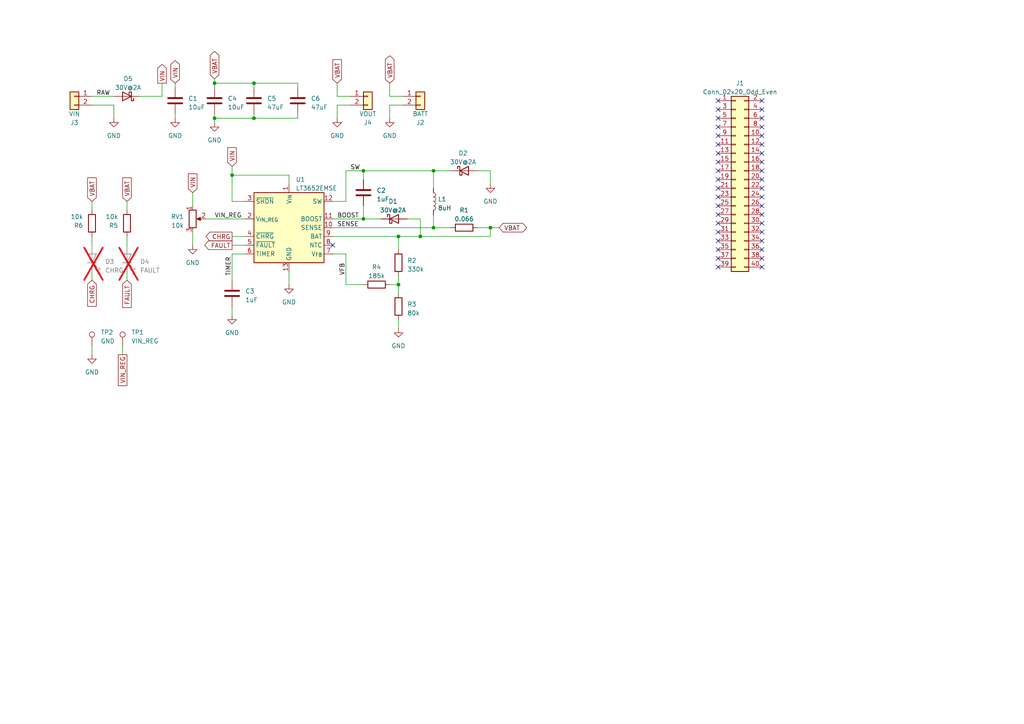
<source format=kicad_sch>
(kicad_sch (version 20230121) (generator eeschema)
  (paper "A4")
  (lib_symbols
    (symbol "Battery_Management:LT3652EMSE"
      (property "Reference" "U" (at -8.382 11.43 0))
      (property "Value" "LT3652EMSE" (at 1.778 11.684 0))
      (symbol "LT3652EMSE_0_1"
        (rectangle (start -10.16 10.16) (end 10.16 -10.16) (stroke (width 0.254)) (fill (type background)))
      )
      (symbol "LT3652EMSE_1_1"
        (pin power_in line (at 0 12.7 270) (length 2.54) (name "V_{IN}") (number "1"))
        (pin input line (at 12.7 0 180) (length 2.54) (name "SENSE") (number "10"))
        (pin input line (at 12.7 2.54 180) (length 2.54) (name "BOOST") (number "11"))
        (pin output line (at 12.7 7.62 180) (length 2.54) (name "SW") (number "12"))
        (pin power_in line (at 0 -12.7 90) (length 2.54) (name "GND") (number "13"))
        (pin input line (at -12.7 2.54 0) (length 2.54) (name "V_{IN_REG}") (number "2"))
        (pin input line (at -12.7 7.62 0) (length 2.54) (name "~{SHDN}") (number "3"))
        (pin open_collector line (at -12.7 -2.54 0) (length 2.54) (name "~{CHRG}") (number "4"))
        (pin open_collector line (at -12.7 -5.08 0) (length 2.54) (name "~{FAULT}") (number "5"))
        (pin output line (at -12.7 -7.62 0) (length 2.54) (name "TIMER") (number "6"))
        (pin input line (at 12.7 -7.62 180) (length 2.54) (name "V_{FB}") (number "7"))
        (pin input line (at 12.7 -5.08 180) (length 2.54) (name "NTC") (number "8"))
        (pin output line (at 12.7 -2.54 180) (length 2.54) (name "BAT") (number "9"))
      )
    )
    (symbol "Connector:TestPoint" (pin_numbers hide) (pin_names (offset 0.762) hide)
      (property "Reference" "TP" (at 0 6.858 0))
      (property "Value" "TestPoint" (at 0 5.08 0))
      (symbol "TestPoint_0_1"
        (circle (center 0 3.302) (radius 0.762))
      )
      (symbol "TestPoint_1_1"
        (pin passive line (at 0 0 90) (length 2.54) (name "1") (number "1"))
      )
    )
    (symbol "Connector_Generic:Conn_01x02" (pin_names (offset 1.016) hide)
      (property "Reference" "J" (at 0 2.54 0))
      (property "Value" "Conn_01x02" (at 0 -5.08 0))
      (symbol "Conn_01x02_1_1"
        (rectangle (start -1.27 -2.413) (end 0 -2.667) (stroke (width 0.1524)))
        (rectangle (start -1.27 0.127) (end 0 -0.127) (stroke (width 0.1524)))
        (rectangle (start -1.27 1.27) (end 1.27 -3.81) (stroke (width 0.254)) (fill (type background)))
        (pin passive line (at -5.08 0 0) (length 3.81) (name "Pin_1") (number "1"))
        (pin passive line (at -5.08 -2.54 0) (length 3.81) (name "Pin_2") (number "2"))
      )
    )
    (symbol "Connector_Generic:Conn_02x20_Odd_Even" (pin_names (offset 1.016) hide)
      (property "Reference" "J" (at 1.27 25.4 0))
      (property "Value" "Conn_02x20_Odd_Even" (at 1.27 -27.94 0))
      (symbol "Conn_02x20_Odd_Even_1_1"
        (rectangle (start -1.27 -25.273) (end 0 -25.527) (stroke (width 0.1524)))
        (rectangle (start -1.27 -22.733) (end 0 -22.987) (stroke (width 0.1524)))
        (rectangle (start -1.27 -20.193) (end 0 -20.447) (stroke (width 0.1524)))
        (rectangle (start -1.27 -17.653) (end 0 -17.907) (stroke (width 0.1524)))
        (rectangle (start -1.27 -15.113) (end 0 -15.367) (stroke (width 0.1524)))
        (rectangle (start -1.27 -12.573) (end 0 -12.827) (stroke (width 0.1524)))
        (rectangle (start -1.27 -10.033) (end 0 -10.287) (stroke (width 0.1524)))
        (rectangle (start -1.27 -7.493) (end 0 -7.747) (stroke (width 0.1524)))
        (rectangle (start -1.27 -4.953) (end 0 -5.207) (stroke (width 0.1524)))
        (rectangle (start -1.27 -2.413) (end 0 -2.667) (stroke (width 0.1524)))
        (rectangle (start -1.27 0.127) (end 0 -0.127) (stroke (width 0.1524)))
        (rectangle (start -1.27 2.667) (end 0 2.413) (stroke (width 0.1524)))
        (rectangle (start -1.27 5.207) (end 0 4.953) (stroke (width 0.1524)))
        (rectangle (start -1.27 7.747) (end 0 7.493) (stroke (width 0.1524)))
        (rectangle (start -1.27 10.287) (end 0 10.033) (stroke (width 0.1524)))
        (rectangle (start -1.27 12.827) (end 0 12.573) (stroke (width 0.1524)))
        (rectangle (start -1.27 15.367) (end 0 15.113) (stroke (width 0.1524)))
        (rectangle (start -1.27 17.907) (end 0 17.653) (stroke (width 0.1524)))
        (rectangle (start -1.27 20.447) (end 0 20.193) (stroke (width 0.1524)))
        (rectangle (start -1.27 22.987) (end 0 22.733) (stroke (width 0.1524)))
        (rectangle (start -1.27 24.13) (end 3.81 -26.67) (stroke (width 0.254)) (fill (type background)))
        (rectangle (start 3.81 -25.273) (end 2.54 -25.527) (stroke (width 0.1524)))
        (rectangle (start 3.81 -22.733) (end 2.54 -22.987) (stroke (width 0.1524)))
        (rectangle (start 3.81 -20.193) (end 2.54 -20.447) (stroke (width 0.1524)))
        (rectangle (start 3.81 -17.653) (end 2.54 -17.907) (stroke (width 0.1524)))
        (rectangle (start 3.81 -15.113) (end 2.54 -15.367) (stroke (width 0.1524)))
        (rectangle (start 3.81 -12.573) (end 2.54 -12.827) (stroke (width 0.1524)))
        (rectangle (start 3.81 -10.033) (end 2.54 -10.287) (stroke (width 0.1524)))
        (rectangle (start 3.81 -7.493) (end 2.54 -7.747) (stroke (width 0.1524)))
        (rectangle (start 3.81 -4.953) (end 2.54 -5.207) (stroke (width 0.1524)))
        (rectangle (start 3.81 -2.413) (end 2.54 -2.667) (stroke (width 0.1524)))
        (rectangle (start 3.81 0.127) (end 2.54 -0.127) (stroke (width 0.1524)))
        (rectangle (start 3.81 2.667) (end 2.54 2.413) (stroke (width 0.1524)))
        (rectangle (start 3.81 5.207) (end 2.54 4.953) (stroke (width 0.1524)))
        (rectangle (start 3.81 7.747) (end 2.54 7.493) (stroke (width 0.1524)))
        (rectangle (start 3.81 10.287) (end 2.54 10.033) (stroke (width 0.1524)))
        (rectangle (start 3.81 12.827) (end 2.54 12.573) (stroke (width 0.1524)))
        (rectangle (start 3.81 15.367) (end 2.54 15.113) (stroke (width 0.1524)))
        (rectangle (start 3.81 17.907) (end 2.54 17.653) (stroke (width 0.1524)))
        (rectangle (start 3.81 20.447) (end 2.54 20.193) (stroke (width 0.1524)))
        (rectangle (start 3.81 22.987) (end 2.54 22.733) (stroke (width 0.1524)))
        (pin passive line (at -5.08 22.86 0) (length 3.81) (name "Pin_1") (number "1"))
        (pin passive line (at 7.62 12.7 180) (length 3.81) (name "Pin_10") (number "10"))
        (pin passive line (at -5.08 10.16 0) (length 3.81) (name "Pin_11") (number "11"))
        (pin passive line (at 7.62 10.16 180) (length 3.81) (name "Pin_12") (number "12"))
        (pin passive line (at -5.08 7.62 0) (length 3.81) (name "Pin_13") (number "13"))
        (pin passive line (at 7.62 7.62 180) (length 3.81) (name "Pin_14") (number "14"))
        (pin passive line (at -5.08 5.08 0) (length 3.81) (name "Pin_15") (number "15"))
        (pin passive line (at 7.62 5.08 180) (length 3.81) (name "Pin_16") (number "16"))
        (pin passive line (at -5.08 2.54 0) (length 3.81) (name "Pin_17") (number "17"))
        (pin passive line (at 7.62 2.54 180) (length 3.81) (name "Pin_18") (number "18"))
        (pin passive line (at -5.08 0 0) (length 3.81) (name "Pin_19") (number "19"))
        (pin passive line (at 7.62 22.86 180) (length 3.81) (name "Pin_2") (number "2"))
        (pin passive line (at 7.62 0 180) (length 3.81) (name "Pin_20") (number "20"))
        (pin passive line (at -5.08 -2.54 0) (length 3.81) (name "Pin_21") (number "21"))
        (pin passive line (at 7.62 -2.54 180) (length 3.81) (name "Pin_22") (number "22"))
        (pin passive line (at -5.08 -5.08 0) (length 3.81) (name "Pin_23") (number "23"))
        (pin passive line (at 7.62 -5.08 180) (length 3.81) (name "Pin_24") (number "24"))
        (pin passive line (at -5.08 -7.62 0) (length 3.81) (name "Pin_25") (number "25"))
        (pin passive line (at 7.62 -7.62 180) (length 3.81) (name "Pin_26") (number "26"))
        (pin passive line (at -5.08 -10.16 0) (length 3.81) (name "Pin_27") (number "27"))
        (pin passive line (at 7.62 -10.16 180) (length 3.81) (name "Pin_28") (number "28"))
        (pin passive line (at -5.08 -12.7 0) (length 3.81) (name "Pin_29") (number "29"))
        (pin passive line (at -5.08 20.32 0) (length 3.81) (name "Pin_3") (number "3"))
        (pin passive line (at 7.62 -12.7 180) (length 3.81) (name "Pin_30") (number "30"))
        (pin passive line (at -5.08 -15.24 0) (length 3.81) (name "Pin_31") (number "31"))
        (pin passive line (at 7.62 -15.24 180) (length 3.81) (name "Pin_32") (number "32"))
        (pin passive line (at -5.08 -17.78 0) (length 3.81) (name "Pin_33") (number "33"))
        (pin passive line (at 7.62 -17.78 180) (length 3.81) (name "Pin_34") (number "34"))
        (pin passive line (at -5.08 -20.32 0) (length 3.81) (name "Pin_35") (number "35"))
        (pin passive line (at 7.62 -20.32 180) (length 3.81) (name "Pin_36") (number "36"))
        (pin passive line (at -5.08 -22.86 0) (length 3.81) (name "Pin_37") (number "37"))
        (pin passive line (at 7.62 -22.86 180) (length 3.81) (name "Pin_38") (number "38"))
        (pin passive line (at -5.08 -25.4 0) (length 3.81) (name "Pin_39") (number "39"))
        (pin passive line (at 7.62 20.32 180) (length 3.81) (name "Pin_4") (number "4"))
        (pin passive line (at 7.62 -25.4 180) (length 3.81) (name "Pin_40") (number "40"))
        (pin passive line (at -5.08 17.78 0) (length 3.81) (name "Pin_5") (number "5"))
        (pin passive line (at 7.62 17.78 180) (length 3.81) (name "Pin_6") (number "6"))
        (pin passive line (at -5.08 15.24 0) (length 3.81) (name "Pin_7") (number "7"))
        (pin passive line (at 7.62 15.24 180) (length 3.81) (name "Pin_8") (number "8"))
        (pin passive line (at -5.08 12.7 0) (length 3.81) (name "Pin_9") (number "9"))
      )
    )
    (symbol "Device:C" (pin_numbers hide) (pin_names (offset 0.254))
      (property "Reference" "C" (at 0.635 2.54 0))
      (property "Value" "C" (at 0.635 -2.54 0))
      (symbol "C_0_1"
        (polyline (pts (xy -2.032 -0.762) (xy 2.032 -0.762)) (stroke (width 0.508)))
        (polyline (pts (xy -2.032 0.762) (xy 2.032 0.762)) (stroke (width 0.508)))
      )
      (symbol "C_1_1"
        (pin passive line (at 0 3.81 270) (length 2.794) (name "~") (number "1"))
        (pin passive line (at 0 -3.81 90) (length 2.794) (name "~") (number "2"))
      )
    )
    (symbol "Device:D_Schottky" (pin_numbers hide) (pin_names (offset 1.016) hide)
      (property "Reference" "D" (at 0 2.54 0))
      (property "Value" "D_Schottky" (at 0 -2.54 0))
      (symbol "D_Schottky_0_1"
        (polyline (pts (xy 1.27 0) (xy -1.27 0)))
        (polyline (pts (xy 1.27 1.27) (xy 1.27 -1.27) (xy -1.27 0) (xy 1.27 1.27)) (stroke (width 0.254)))
        (polyline (pts (xy -1.905 0.635) (xy -1.905 1.27) (xy -1.27 1.27) (xy -1.27 -1.27) (xy -0.635 -1.27) (xy -0.635 -0.635)) (stroke (width 0.254)))
      )
      (symbol "D_Schottky_1_1"
        (pin passive line (at -3.81 0 0) (length 2.54) (name "K") (number "1"))
        (pin passive line (at 3.81 0 180) (length 2.54) (name "A") (number "2"))
      )
    )
    (symbol "Device:L" (pin_numbers hide) (pin_names (offset 1.016) hide)
      (property "Reference" "L" (at -1.27 0 90))
      (property "Value" "L" (at 1.905 0 90))
      (symbol "L_0_1"
        (arc (start 0 -2.54) (mid 0.6323 -1.905) (end 0 -1.27))
        (arc (start 0 -1.27) (mid 0.6323 -0.635) (end 0 0))
        (arc (start 0 0) (mid 0.6323 0.635) (end 0 1.27))
        (arc (start 0 1.27) (mid 0.6323 1.905) (end 0 2.54))
      )
      (symbol "L_1_1"
        (pin passive line (at 0 3.81 270) (length 1.27) (name "1") (number "1"))
        (pin passive line (at 0 -3.81 90) (length 1.27) (name "2") (number "2"))
      )
    )
    (symbol "Device:LED" (pin_numbers hide) (pin_names (offset 1.016) hide)
      (property "Reference" "D" (at 0 2.54 0))
      (property "Value" "LED" (at 0 -2.54 0))
      (symbol "LED_0_1"
        (polyline (pts (xy -1.27 -1.27) (xy -1.27 1.27)) (stroke (width 0.254)))
        (polyline (pts (xy -1.27 0) (xy 1.27 0)))
        (polyline (pts (xy 1.27 -1.27) (xy 1.27 1.27) (xy -1.27 0) (xy 1.27 -1.27)) (stroke (width 0.254)))
        (polyline (pts (xy -3.048 -0.762) (xy -4.572 -2.286) (xy -3.81 -2.286) (xy -4.572 -2.286) (xy -4.572 -1.524)))
        (polyline (pts (xy -1.778 -0.762) (xy -3.302 -2.286) (xy -2.54 -2.286) (xy -3.302 -2.286) (xy -3.302 -1.524)))
      )
      (symbol "LED_1_1"
        (pin passive line (at -3.81 0 0) (length 2.54) (name "K") (number "1"))
        (pin passive line (at 3.81 0 180) (length 2.54) (name "A") (number "2"))
      )
    )
    (symbol "Device:R" (pin_numbers hide) (pin_names (offset 0))
      (property "Reference" "R" (at 2.032 0 90))
      (property "Value" "R" (at 0 0 90))
      (symbol "R_0_1"
        (rectangle (start -1.016 -2.54) (end 1.016 2.54) (stroke (width 0.254)))
      )
      (symbol "R_1_1"
        (pin passive line (at 0 3.81 270) (length 1.27) (name "~") (number "1"))
        (pin passive line (at 0 -3.81 90) (length 1.27) (name "~") (number "2"))
      )
    )
    (symbol "Device:R_Potentiometer" (pin_names (offset 1.016) hide)
      (property "Reference" "RV" (at -4.445 0 90))
      (property "Value" "R_Potentiometer" (at -2.54 0 90))
      (symbol "R_Potentiometer_0_1"
        (polyline (pts (xy 2.54 0) (xy 1.524 0)))
        (polyline (pts (xy 1.143 0) (xy 2.286 0.508) (xy 2.286 -0.508) (xy 1.143 0)) (fill (type outline)))
        (rectangle (start 1.016 2.54) (end -1.016 -2.54) (stroke (width 0.254)))
      )
      (symbol "R_Potentiometer_1_1"
        (pin passive line (at 0 3.81 270) (length 1.27) (name "1") (number "1"))
        (pin passive line (at 3.81 0 180) (length 1.27) (name "2") (number "2"))
        (pin passive line (at 0 -3.81 90) (length 1.27) (name "3") (number "3"))
      )
    )
    (symbol "power:GND" (power) (pin_names (offset 0))
      (property "Value" "GND" (at 0 -3.81 0))
      (symbol "GND_0_1"
        (polyline (pts (xy 0 0) (xy 0 -1.27) (xy 1.27 -1.27) (xy 0 -2.54) (xy -1.27 -1.27) (xy 0 -1.27)))
      )
      (symbol "GND_1_1"
        (pin power_in line (at 0 0 270) (length 0) hide (name "GND") (number "1"))
      )
    )
  )
  (junction (at 121.92 68.58))
  (junction (at 115.57 68.58))
  (junction (at 105.41 49.53))
  (junction (at 67.31 50.8))
  (junction (at 125.73 66.04))
  (junction (at 73.66 24.13))
  (junction (at 115.57 82.55))
  (junction (at 62.23 24.13))
  (junction (at 125.73 49.53))
  (junction (at 62.23 34.29))
  (junction (at 73.66 34.29))
  (junction (at 105.41 63.5))
  (junction (at 142.24 66.04))
  (no_connect (at 208.28 41.91))
  (no_connect (at 220.98 34.29))
  (no_connect (at 208.28 64.77))
  (no_connect (at 220.98 64.77))
  (no_connect (at 208.28 54.61))
  (no_connect (at 208.28 39.37))
  (no_connect (at 220.98 49.53))
  (no_connect (at 208.28 36.83))
  (no_connect (at 220.98 36.83))
  (no_connect (at 220.98 41.91))
  (no_connect (at 220.98 52.07))
  (no_connect (at 220.98 69.85))
  (no_connect (at 208.28 57.15))
  (no_connect (at 208.28 69.85))
  (no_connect (at 208.28 77.47))
  (no_connect (at 220.98 31.75))
  (no_connect (at 96.52 71.12))
  (no_connect (at 208.28 34.29))
  (no_connect (at 220.98 67.31))
  (no_connect (at 220.98 54.61))
  (no_connect (at 220.98 62.23))
  (no_connect (at 208.28 49.53))
  (no_connect (at 208.28 72.39))
  (no_connect (at 208.28 59.69))
  (no_connect (at 208.28 46.99))
  (no_connect (at 220.98 57.15))
  (no_connect (at 220.98 74.93))
  (no_connect (at 220.98 44.45))
  (no_connect (at 220.98 46.99))
  (no_connect (at 208.28 67.31))
  (no_connect (at 208.28 44.45))
  (no_connect (at 208.28 74.93))
  (no_connect (at 220.98 72.39))
  (no_connect (at 208.28 29.21))
  (no_connect (at 220.98 59.69))
  (no_connect (at 220.98 29.21))
  (no_connect (at 208.28 62.23))
  (no_connect (at 220.98 39.37))
  (no_connect (at 208.28 52.07))
  (no_connect (at 220.98 77.47))
  (no_connect (at 208.28 31.75))
  (wire (pts (xy 67.31 68.58) (xy 71.12 68.58)))
  (wire (pts (xy 73.66 25.4) (xy 73.66 24.13)))
  (wire (pts (xy 55.88 67.31) (xy 55.88 71.12)))
  (wire (pts (xy 125.73 62.23) (xy 125.73 66.04)))
  (wire (pts (xy 62.23 22.86) (xy 62.23 24.13)))
  (wire (pts (xy 26.67 58.42) (xy 26.67 60.96)))
  (wire (pts (xy 46.99 24.13) (xy 46.99 27.94)))
  (wire (pts (xy 62.23 34.29) (xy 73.66 34.29)))
  (wire (pts (xy 142.24 66.04) (xy 142.24 68.58)))
  (wire (pts (xy 71.12 73.66) (xy 67.31 73.66)))
  (wire (pts (xy 105.41 49.53) (xy 125.73 49.53)))
  (wire (pts (xy 62.23 33.02) (xy 62.23 34.29)))
  (wire (pts (xy 100.33 82.55) (xy 105.41 82.55)))
  (wire (pts (xy 96.52 58.42) (xy 100.33 58.42)))
  (wire (pts (xy 105.41 63.5) (xy 110.49 63.5)))
  (wire (pts (xy 67.31 73.66) (xy 67.31 81.28)))
  (wire (pts (xy 26.67 30.48) (xy 33.02 30.48)))
  (wire (pts (xy 115.57 82.55) (xy 115.57 85.09)))
  (wire (pts (xy 97.79 30.48) (xy 101.6 30.48)))
  (wire (pts (xy 36.83 58.42) (xy 36.83 60.96)))
  (wire (pts (xy 67.31 88.9) (xy 67.31 91.44)))
  (wire (pts (xy 71.12 58.42) (xy 67.31 58.42)))
  (wire (pts (xy 115.57 68.58) (xy 115.57 72.39)))
  (wire (pts (xy 96.52 68.58) (xy 115.57 68.58)))
  (wire (pts (xy 67.31 58.42) (xy 67.31 50.8)))
  (wire (pts (xy 118.11 63.5) (xy 121.92 63.5)))
  (wire (pts (xy 116.84 27.94) (xy 113.03 27.94)))
  (wire (pts (xy 125.73 66.04) (xy 130.81 66.04)))
  (wire (pts (xy 138.43 66.04) (xy 142.24 66.04)))
  (wire (pts (xy 26.67 71.12) (xy 26.67 68.58)))
  (wire (pts (xy 86.36 33.02) (xy 86.36 34.29)))
  (wire (pts (xy 113.03 27.94) (xy 113.03 24.13)))
  (wire (pts (xy 67.31 48.26) (xy 67.31 50.8)))
  (wire (pts (xy 125.73 49.53) (xy 130.81 49.53)))
  (wire (pts (xy 101.6 27.94) (xy 97.79 27.94)))
  (wire (pts (xy 125.73 54.61) (xy 125.73 49.53)))
  (wire (pts (xy 96.52 66.04) (xy 125.73 66.04)))
  (wire (pts (xy 62.23 34.29) (xy 62.23 35.56)))
  (wire (pts (xy 73.66 33.02) (xy 73.66 34.29)))
  (wire (pts (xy 121.92 68.58) (xy 142.24 68.58)))
  (wire (pts (xy 144.78 66.04) (xy 142.24 66.04)))
  (wire (pts (xy 86.36 34.29) (xy 73.66 34.29)))
  (wire (pts (xy 121.92 63.5) (xy 121.92 68.58)))
  (wire (pts (xy 35.56 100.33) (xy 35.56 102.87)))
  (wire (pts (xy 83.82 50.8) (xy 83.82 53.34)))
  (wire (pts (xy 96.52 73.66) (xy 100.33 73.66)))
  (wire (pts (xy 50.8 33.02) (xy 50.8 34.29)))
  (wire (pts (xy 36.83 71.12) (xy 36.83 68.58)))
  (wire (pts (xy 100.33 82.55) (xy 100.33 73.66)))
  (wire (pts (xy 115.57 80.01) (xy 115.57 82.55)))
  (wire (pts (xy 59.69 63.5) (xy 71.12 63.5)))
  (wire (pts (xy 142.24 49.53) (xy 142.24 53.34)))
  (wire (pts (xy 113.03 30.48) (xy 116.84 30.48)))
  (wire (pts (xy 67.31 50.8) (xy 83.82 50.8)))
  (wire (pts (xy 100.33 58.42) (xy 100.33 49.53)))
  (wire (pts (xy 83.82 78.74) (xy 83.82 82.55)))
  (wire (pts (xy 115.57 92.71) (xy 115.57 95.25)))
  (wire (pts (xy 62.23 24.13) (xy 62.23 25.4)))
  (wire (pts (xy 115.57 68.58) (xy 121.92 68.58)))
  (wire (pts (xy 97.79 34.29) (xy 97.79 30.48)))
  (wire (pts (xy 142.24 49.53) (xy 138.43 49.53)))
  (wire (pts (xy 33.02 30.48) (xy 33.02 34.29)))
  (wire (pts (xy 55.88 55.88) (xy 55.88 59.69)))
  (wire (pts (xy 113.03 34.29) (xy 113.03 30.48)))
  (wire (pts (xy 105.41 49.53) (xy 105.41 52.07)))
  (wire (pts (xy 26.67 27.94) (xy 33.02 27.94)))
  (wire (pts (xy 40.64 27.94) (xy 46.99 27.94)))
  (wire (pts (xy 26.67 100.33) (xy 26.67 102.87)))
  (wire (pts (xy 105.41 59.69) (xy 105.41 63.5)))
  (wire (pts (xy 100.33 49.53) (xy 105.41 49.53)))
  (wire (pts (xy 50.8 24.13) (xy 50.8 25.4)))
  (wire (pts (xy 73.66 24.13) (xy 62.23 24.13)))
  (wire (pts (xy 97.79 27.94) (xy 97.79 24.13)))
  (wire (pts (xy 36.83 78.74) (xy 36.83 81.28)))
  (wire (pts (xy 96.52 63.5) (xy 105.41 63.5)))
  (wire (pts (xy 26.67 78.74) (xy 26.67 81.28)))
  (wire (pts (xy 73.66 24.13) (xy 86.36 24.13)))
  (wire (pts (xy 67.31 71.12) (xy 71.12 71.12)))
  (wire (pts (xy 86.36 25.4) (xy 86.36 24.13)))
  (wire (pts (xy 113.03 82.55) (xy 115.57 82.55)))
  (label "SENSE" (at 97.79 66.04 0))
  (label "BOOST" (at 97.79 63.5 0))
  (label "VFB" (at 100.33 76.2 270))
  (label "VIN_REG" (at 62.23 63.5 0))
  (label "TIMER" (at 67.31 80.01 90))
  (label "RAW" (at 27.94 27.94 0))
  (label "SW" (at 101.6 49.53 0))
  (global_label "VIN" (shape output) (at 46.99 24.13 90) (property "Intersheetrefs" "${INTERSHEET_REFS}" (effects hide)))
  (global_label "VBAT" (shape bidirectional) (at 144.78 66.04 0) (property "Intersheetrefs" "${INTERSHEET_REFS}" (effects hide)))
  (global_label "VIN" (shape bidirectional) (at 50.8 24.13 90) (property "Intersheetrefs" "${INTERSHEET_REFS}" (effects hide)))
  (global_label "CHRG" (shape input) (at 26.67 81.28 270) (property "Intersheetrefs" "${INTERSHEET_REFS}" (effects hide)))
  (global_label "VIN_REG" (shape passive) (at 35.56 102.87 270) (property "Intersheetrefs" "${INTERSHEET_REFS}" (effects hide)))
  (global_label "VBAT" (shape bidirectional) (at 113.03 24.13 90) (property "Intersheetrefs" "${INTERSHEET_REFS}" (effects hide)))
  (global_label "VBAT" (shape bidirectional) (at 62.23 22.86 90) (property "Intersheetrefs" "${INTERSHEET_REFS}" (effects hide)))
  (global_label "FAULT" (shape input) (at 36.83 81.28 270) (property "Intersheetrefs" "${INTERSHEET_REFS}" (effects hide)))
  (global_label "VBAT" (shape input) (at 26.67 58.42 90) (property "Intersheetrefs" "${INTERSHEET_REFS}" (effects hide)))
  (global_label "VBAT" (shape input) (at 36.83 58.42 90) (property "Intersheetrefs" "${INTERSHEET_REFS}" (effects hide)))
  (global_label "FAULT" (shape output) (at 67.31 71.12 180) (property "Intersheetrefs" "${INTERSHEET_REFS}" (effects hide)))
  (global_label "VIN" (shape input) (at 67.31 48.26 90) (property "Intersheetrefs" "${INTERSHEET_REFS}" (effects hide)))
  (global_label "VBAT" (shape input) (at 97.79 24.13 90) (property "Intersheetrefs" "${INTERSHEET_REFS}" (effects hide)))
  (global_label "CHRG" (shape output) (at 67.31 68.58 180) (property "Intersheetrefs" "${INTERSHEET_REFS}" (effects hide)))
  (global_label "VIN" (shape input) (at 55.88 55.88 90) (property "Intersheetrefs" "${INTERSHEET_REFS}" (effects hide)))
  (symbol (lib_id "Device:D_Schottky") (at 36.83 27.94 180) (unit 1)
    (property "Reference" "D5" (at 37.1475 22.86 0))
    (property "Value" "30V@2A" (at 37.1475 25.4 0))
    (property "Footprint" "Diode_SMD:D_MicroSMP_AK" (effects hide))
  )
  (symbol (lib_id "power:GND") (at 97.79 34.29 0) (unit 1)
    (property "Reference" "#PWR04" (effects hide))
    (property "Value" "GND" (at 97.79 39.37 0))
  )
  (symbol (lib_id "Device:R") (at 134.62 66.04 90) (unit 1)
    (property "Reference" "R1" (at 134.62 60.96 90))
    (property "Value" "0.066" (at 134.62 63.5 90))
    (property "Footprint" "Resistor_SMD:R_0805_2012Metric" (effects hide))
  )
  (symbol (lib_id "power:GND") (at 67.31 91.44 0) (unit 1)
    (property "Reference" "#PWR09" (effects hide))
    (property "Value" "GND" (at 67.31 96.52 0))
  )
  (symbol (lib_id "Device:LED") (at 26.67 74.93 90) (unit 1) (dnp yes)
    (property "Reference" "D3" (at 30.48 75.8825 90) (effects (justify right)))
    (property "Value" "CHRG" (at 30.48 78.4225 90) (effects (justify right)))
    (property "Footprint" "LED_SMD:LED_0805_2012Metric" (effects hide))
  )
  (symbol (lib_id "power:GND") (at 83.82 82.55 0) (unit 1)
    (property "Reference" "#PWR08" (effects hide))
    (property "Value" "GND" (at 83.82 87.63 0))
  )
  (symbol (lib_id "Connector_Generic:Conn_01x02") (at 121.92 27.94 0) (unit 1)
    (property "Reference" "J2" (at 121.92 35.56 0))
    (property "Value" "BATT" (at 121.92 33.02 0))
    (property "Footprint" "Connector_JST:JST_PH_S2B-PH-K_1x02_P2.00mm_Horizontal" (effects hide))
  )
  (symbol (lib_id "power:GND") (at 33.02 34.29 0) (unit 1)
    (property "Reference" "#PWR01" (effects hide))
    (property "Value" "GND" (at 33.02 39.37 0))
  )
  (symbol (lib_id "Connector_Generic:Conn_02x20_Odd_Even") (at 213.36 52.07 0) (unit 1)
    (property "Reference" "J1" (at 214.63 24.13 0))
    (property "Value" "Conn_02x20_Odd_Even" (at 214.63 26.67 0))
    (property "Footprint" "PicoUPS:PinSocket_2x20_P2.54mm_Vertical" (effects hide))
  )
  (symbol (lib_id "Device:R") (at 36.83 64.77 180) (unit 1)
    (property "Reference" "R5" (at 34.29 65.405 0) (effects (justify left)))
    (property "Value" "10k" (at 34.29 62.865 0) (effects (justify left)))
    (property "Footprint" "Resistor_SMD:R_0805_2012Metric" (effects hide))
  )
  (symbol (lib_id "Device:D_Schottky") (at 134.62 49.53 0) (unit 1)
    (property "Reference" "D2" (at 134.3025 44.45 0))
    (property "Value" "30V@2A" (at 134.3025 46.99 0))
    (property "Footprint" "Diode_SMD:D_MicroSMP_AK" (effects hide))
  )
  (symbol (lib_id "Device:C") (at 50.8 29.21 0) (unit 1)
    (property "Reference" "C1" (at 54.61 28.575 0) (effects (justify left)))
    (property "Value" "10uF" (at 54.61 31.115 0) (effects (justify left)))
    (property "Footprint" "Capacitor_SMD:C_1206_3216Metric" (effects hide))
  )
  (symbol (lib_id "Device:D_Schottky") (at 114.3 63.5 0) (unit 1)
    (property "Reference" "D1" (at 113.9825 58.42 0))
    (property "Value" "30V@2A" (at 113.9825 60.96 0))
    (property "Footprint" "Diode_SMD:D_MicroSMP_AK" (effects hide))
  )
  (symbol (lib_id "power:GND") (at 142.24 53.34 0) (unit 1)
    (property "Reference" "#PWR06" (effects hide))
    (property "Value" "GND" (at 142.24 58.42 0))
  )
  (symbol (lib_id "power:GND") (at 26.67 102.87 0) (unit 1)
    (property "Reference" "#PWR011" (effects hide))
    (property "Value" "GND" (at 26.67 107.95 0))
  )
  (symbol (lib_id "Device:LED") (at 36.83 74.93 90) (unit 1) (dnp yes)
    (property "Reference" "D4" (at 40.64 75.8825 90) (effects (justify right)))
    (property "Value" "FAULT" (at 40.64 78.4225 90) (effects (justify right)))
    (property "Footprint" "LED_SMD:LED_0805_2012Metric" (effects hide))
  )
  (symbol (lib_id "power:GND") (at 62.23 35.56 0) (unit 1)
    (property "Reference" "#PWR03" (effects hide))
    (property "Value" "GND" (at 62.23 40.64 0))
  )
  (symbol (lib_id "Battery_Management:LT3652EMSE") (at 83.82 66.04 0) (unit 1)
    (property "Reference" "U1" (at 85.7759 52.07 0) (effects (justify left)))
    (property "Value" "LT3652EMSE" (at 85.7759 54.61 0) (effects (justify left)))
    (property "Footprint" "Package_SO:MSOP-12-1EP_3x4mm_P0.65mm_EP1.65x2.85mm" (effects hide))
    (property "Datasheet" "https://www.analog.com/media/en/technical-documentation/data-sheets/3652fe.pdf" (effects hide))
  )
  (symbol (lib_id "Device:R") (at 115.57 76.2 0) (unit 1)
    (property "Reference" "R2" (at 118.11 75.565 0) (effects (justify left)))
    (property "Value" "330k" (at 118.11 78.105 0) (effects (justify left)))
    (property "Footprint" "Resistor_SMD:R_0805_2012Metric" (effects hide))
  )
  (symbol (lib_id "power:GND") (at 115.57 95.25 0) (unit 1)
    (property "Reference" "#PWR07" (effects hide))
    (property "Value" "GND" (at 115.57 100.33 0))
  )
  (symbol (lib_id "Device:C") (at 86.36 29.21 0) (unit 1)
    (property "Reference" "C6" (at 90.17 28.575 0) (effects (justify left)))
    (property "Value" "47uF" (at 90.17 31.115 0) (effects (justify left)))
    (property "Footprint" "Capacitor_SMD:C_1210_3225Metric" (effects hide))
  )
  (symbol (lib_id "Device:C") (at 62.23 29.21 0) (unit 1)
    (property "Reference" "C4" (at 66.04 28.575 0) (effects (justify left)))
    (property "Value" "10uF" (at 66.04 31.115 0) (effects (justify left)))
    (property "Footprint" "Capacitor_SMD:C_1206_3216Metric" (effects hide))
  )
  (symbol (lib_id "Device:C") (at 73.66 29.21 0) (unit 1)
    (property "Reference" "C5" (at 77.47 28.575 0) (effects (justify left)))
    (property "Value" "47uF" (at 77.47 31.115 0) (effects (justify left)))
    (property "Footprint" "Capacitor_SMD:C_1210_3225Metric" (effects hide))
  )
  (symbol (lib_id "Device:R") (at 26.67 64.77 180) (unit 1)
    (property "Reference" "R6" (at 24.13 65.405 0) (effects (justify left)))
    (property "Value" "10k" (at 24.13 62.865 0) (effects (justify left)))
    (property "Footprint" "Resistor_SMD:R_0805_2012Metric" (effects hide))
  )
  (symbol (lib_id "Connector_Generic:Conn_01x02") (at 106.68 27.94 0) (unit 1)
    (property "Reference" "J4" (at 106.68 35.56 0))
    (property "Value" "VOUT" (at 106.68 33.02 0))
    (property "Footprint" "Connector_JST:JST_PH_B2B-PH-K_1x02_P2.00mm_Vertical" (effects hide))
  )
  (symbol (lib_id "Device:C") (at 105.41 55.88 0) (unit 1)
    (property "Reference" "C2" (at 109.22 55.245 0) (effects (justify left)))
    (property "Value" "1uF" (at 109.22 57.785 0) (effects (justify left)))
    (property "Footprint" "Capacitor_SMD:C_0805_2012Metric" (effects hide))
  )
  (symbol (lib_id "Connector:TestPoint") (at 26.67 100.33 0) (unit 1)
    (property "Reference" "TP2" (at 29.21 96.393 0) (effects (justify left)))
    (property "Value" "GND" (at 29.21 98.933 0) (effects (justify left)))
    (property "Footprint" "TestPoint:TestPoint_Pad_D2.0mm" (effects hide))
  )
  (symbol (lib_id "Device:L") (at 125.73 58.42 0) (unit 1)
    (property "Reference" "L1" (at 127 57.785 0) (effects (justify left)))
    (property "Value" "8uH" (at 127 60.325 0) (effects (justify left)))
    (property "Footprint" "Inductor_SMD:L_Wuerth_HCI-1050" (effects hide))
  )
  (symbol (lib_id "power:GND") (at 55.88 71.12 0) (unit 1)
    (property "Reference" "#PWR010" (effects hide))
    (property "Value" "GND" (at 55.88 76.2 0))
  )
  (symbol (lib_id "power:GND") (at 113.03 34.29 0) (unit 1)
    (property "Reference" "#PWR05" (effects hide))
    (property "Value" "GND" (at 113.03 39.37 0))
  )
  (symbol (lib_id "Device:R") (at 109.22 82.55 90) (unit 1)
    (property "Reference" "R4" (at 109.22 77.47 90))
    (property "Value" "185k" (at 109.22 80.01 90))
    (property "Footprint" "Resistor_SMD:R_0805_2012Metric" (effects hide))
  )
  (symbol (lib_id "Connector_Generic:Conn_01x02") (at 21.59 27.94 0) (mirror y) (unit 1)
    (property "Reference" "J3" (at 21.59 35.56 0))
    (property "Value" "VIN" (at 21.59 33.02 0))
    (property "Footprint" "Connector_JST:JST_PH_S2B-PH-K_1x02_P2.00mm_Horizontal" (effects hide))
  )
  (symbol (lib_id "power:GND") (at 50.8 34.29 0) (unit 1)
    (property "Reference" "#PWR02" (effects hide))
    (property "Value" "GND" (at 50.8 39.37 0))
  )
  (symbol (lib_id "Device:R") (at 115.57 88.9 0) (unit 1)
    (property "Reference" "R3" (at 118.11 88.265 0) (effects (justify left)))
    (property "Value" "80k" (at 118.11 90.805 0) (effects (justify left)))
    (property "Footprint" "Resistor_SMD:R_0805_2012Metric" (effects hide))
  )
  (symbol (lib_id "Connector:TestPoint") (at 35.56 100.33 0) (unit 1)
    (property "Reference" "TP1" (at 38.1 96.393 0) (effects (justify left)))
    (property "Value" "VIN_REG" (at 38.1 98.933 0) (effects (justify left)))
    (property "Footprint" "TestPoint:TestPoint_Pad_D2.0mm" (effects hide))
  )
  (symbol (lib_id "Device:R_Potentiometer") (at 55.88 63.5 0) (unit 1)
    (property "Reference" "RV1" (at 53.34 62.865 0) (effects (justify right)))
    (property "Value" "10k" (at 53.34 65.405 0) (effects (justify right)))
    (property "Footprint" "PicoUPS:Potentiometer_Bourns_3214G_Horizontal" (effects hide))
  )
  (symbol (lib_id "Device:C") (at 67.31 85.09 0) (unit 1)
    (property "Reference" "C3" (at 71.12 84.455 0) (effects (justify left)))
    (property "Value" "1uF" (at 71.12 86.995 0) (effects (justify left)))
    (property "Footprint" "Capacitor_SMD:C_0805_2012Metric" (effects hide))
  )
)
</source>
